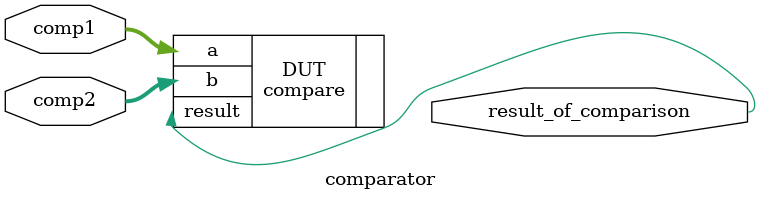
<source format=v>
`timescale 1ns / 1ps
module comparator(comp1, comp2, result_of_comparison);

parameter compare_width = 4;
input [compare_width:1]comp1, comp2;
output result_of_comparison;

compare #(.W(compare_width)) DUT(
    .a(comp1),
    .b(comp2),
    .result(result_of_comparison));
endmodule


</source>
